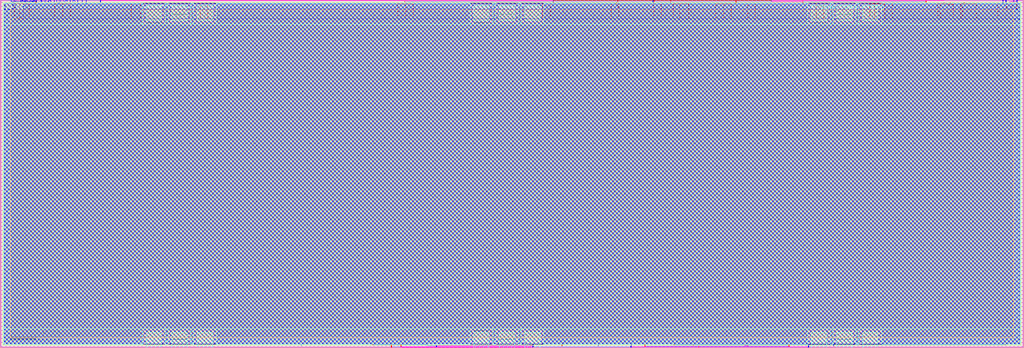
<source format=lef>
VERSION 5.8 ;
BUSBITCHARS "[]" ;

UNITS
  DATABASE MICRONS 1000 ;
END UNITS

MANUFACTURINGGRID 0.001 ;

LAYER NWELL
  TYPE MASTERSLICE ;
END NWELL

LAYER PO
  TYPE MASTERSLICE ;
END PO

LAYER CO
  TYPE CUT ;
END CO

LAYER M1
  TYPE ROUTING ;
  DIRECTION HORIZONTAL ;
  PITCH 0.152 ;
  WIDTH 0.05 ;
  PROPERTY LEF58_WIDTH "WIDTH 0.05 WRONGDIRECTION ;" ;
END M1

LAYER VIA1
  TYPE CUT ;
END VIA1

LAYER M2
  TYPE ROUTING ;
  DIRECTION VERTICAL ;
  PITCH 0.152 ;
  WIDTH 0.056 ;
  PROPERTY LEF58_WIDTH "WIDTH 0.056 WRONGDIRECTION ;" ;
END M2

LAYER VIA2
  TYPE CUT ;
END VIA2

LAYER M3
  TYPE ROUTING ;
  DIRECTION HORIZONTAL ;
  PITCH 0.304 ;
  WIDTH 0.056 ;
  PROPERTY LEF58_WIDTH "WIDTH 0.056 WRONGDIRECTION ;" ;
END M3

LAYER VIA3
  TYPE CUT ;
END VIA3

LAYER M4
  TYPE ROUTING ;
  DIRECTION VERTICAL ;
  PITCH 0.304 ;
  WIDTH 0.056 ;
  PROPERTY LEF58_WIDTH "WIDTH 0.056 WRONGDIRECTION ;" ;
END M4

LAYER VIA4
  TYPE CUT ;
END VIA4

LAYER M5
  TYPE ROUTING ;
  DIRECTION HORIZONTAL ;
  PITCH 0.608 ;
  WIDTH 0.056 ;
  PROPERTY LEF58_WIDTH "WIDTH 0.056 WRONGDIRECTION ;" ;
END M5

LAYER VIA5
  TYPE CUT ;
END VIA5

LAYER M6
  TYPE ROUTING ;
  DIRECTION VERTICAL ;
  PITCH 0.608 ;
  WIDTH 0.056 ;
  PROPERTY LEF58_WIDTH "WIDTH 0.056 WRONGDIRECTION ;" ;
END M6

LAYER VIA6
  TYPE CUT ;
END VIA6

LAYER M7
  TYPE ROUTING ;
  DIRECTION HORIZONTAL ;
  PITCH 1.216 ;
  WIDTH 0.056 ;
  PROPERTY LEF58_WIDTH "WIDTH 0.056 WRONGDIRECTION ;" ;
END M7

LAYER VIA7
  TYPE CUT ;
END VIA7

LAYER M8
  TYPE ROUTING ;
  DIRECTION VERTICAL ;
  PITCH 1.216 ;
  WIDTH 0.056 ;
  PROPERTY LEF58_WIDTH "WIDTH 0.056 WRONGDIRECTION ;" ;
END M8

LAYER VIA8
  TYPE CUT ;
END VIA8

LAYER M9
  TYPE ROUTING ;
  DIRECTION HORIZONTAL ;
  PITCH 2.432 ;
  WIDTH 0.16 ;
  PROPERTY LEF58_WIDTH "WIDTH 0.16 WRONGDIRECTION ;" ;
END M9

LAYER VIARDL
  TYPE CUT ;
END VIARDL

LAYER MRDL
  TYPE ROUTING ;
  DIRECTION VERTICAL ;
  PITCH 4.864 ;
  WIDTH 2 ;
  PROPERTY LEF58_WIDTH "WIDTH 2 WRONGDIRECTION ;" ;
END MRDL

LAYER DNW
  TYPE MASTERSLICE ;
END DNW

LAYER DIFF
  TYPE MASTERSLICE ;
END DIFF

LAYER PIMP
  TYPE MASTERSLICE ;
END PIMP

LAYER NIMP
  TYPE MASTERSLICE ;
END NIMP

LAYER DIFF_18
  TYPE MASTERSLICE ;
END DIFF_18

LAYER PAD
  TYPE MASTERSLICE ;
END PAD

LAYER ESD_25
  TYPE MASTERSLICE ;
END ESD_25

LAYER SBLK
  TYPE MASTERSLICE ;
END SBLK

LAYER HVTIMP
  TYPE MASTERSLICE ;
END HVTIMP

LAYER LVTIMP
  TYPE MASTERSLICE ;
END LVTIMP

LAYER M1PIN
  TYPE MASTERSLICE ;
END M1PIN

LAYER M2PIN
  TYPE MASTERSLICE ;
END M2PIN

LAYER M3PIN
  TYPE MASTERSLICE ;
END M3PIN

LAYER M4PIN
  TYPE MASTERSLICE ;
END M4PIN

LAYER M5PIN
  TYPE MASTERSLICE ;
END M5PIN

LAYER M6PIN
  TYPE MASTERSLICE ;
END M6PIN

LAYER M7PIN
  TYPE MASTERSLICE ;
END M7PIN

LAYER M8PIN
  TYPE MASTERSLICE ;
END M8PIN

LAYER M9PIN
  TYPE MASTERSLICE ;
END M9PIN

LAYER MRDL9PIN
  TYPE MASTERSLICE ;
END MRDL9PIN

LAYER HOTNWL
  TYPE MASTERSLICE ;
END HOTNWL

LAYER DIOD
  TYPE MASTERSLICE ;
END DIOD

LAYER BJTDMY
  TYPE MASTERSLICE ;
END BJTDMY

LAYER RNW
  TYPE MASTERSLICE ;
END RNW

LAYER RMARK
  TYPE MASTERSLICE ;
END RMARK

LAYER prBoundary
  TYPE MASTERSLICE ;
END prBoundary

LAYER LOGO
  TYPE MASTERSLICE ;
END LOGO

LAYER IP
  TYPE MASTERSLICE ;
END IP

LAYER RM1
  TYPE MASTERSLICE ;
END RM1

LAYER RM2
  TYPE MASTERSLICE ;
END RM2

LAYER RM3
  TYPE MASTERSLICE ;
END RM3

LAYER RM4
  TYPE MASTERSLICE ;
END RM4

LAYER RM5
  TYPE MASTERSLICE ;
END RM5

LAYER RM6
  TYPE MASTERSLICE ;
END RM6

LAYER RM7
  TYPE MASTERSLICE ;
END RM7

LAYER RM8
  TYPE MASTERSLICE ;
END RM8

LAYER RM9
  TYPE MASTERSLICE ;
END RM9

LAYER DM1EXCL
  TYPE MASTERSLICE ;
END DM1EXCL

LAYER DM2EXCL
  TYPE MASTERSLICE ;
END DM2EXCL

LAYER DM3EXCL
  TYPE MASTERSLICE ;
END DM3EXCL

LAYER DM4EXCL
  TYPE MASTERSLICE ;
END DM4EXCL

LAYER DM5EXCL
  TYPE MASTERSLICE ;
END DM5EXCL

LAYER DM6EXCL
  TYPE MASTERSLICE ;
END DM6EXCL

LAYER DM7EXCL
  TYPE MASTERSLICE ;
END DM7EXCL

LAYER DM8EXCL
  TYPE MASTERSLICE ;
END DM8EXCL

LAYER DM9EXCL
  TYPE MASTERSLICE ;
END DM9EXCL

LAYER DIFF_25
  TYPE MASTERSLICE ;
END DIFF_25

LAYER DIFF_FM
  TYPE MASTERSLICE ;
END DIFF_FM

LAYER PO_FM
  TYPE MASTERSLICE ;
END PO_FM

VIA VIA12SQ_C
  LAYER M1 ;
    RECT -0.055 -0.03 0.055 0.03 ;
  LAYER VIA1 ;
    RECT -0.025 -0.025 0.025 0.025 ;
  LAYER M2 ;
    RECT -0.03 -0.055 0.03 0.055 ;
END VIA12SQ_C

VIA VIA12BAR1_C
  LAYER M1 ;
    RECT -0.08 -0.03 0.08 0.03 ;
  LAYER VIA1 ;
    RECT -0.05 -0.025 0.05 0.025 ;
  LAYER M2 ;
    RECT -0.055 -0.055 0.055 0.055 ;
END VIA12BAR1_C

VIA VIA12BAR2_C
  LAYER M1 ;
    RECT -0.055 -0.055 0.055 0.055 ;
  LAYER VIA1 ;
    RECT -0.025 -0.05 0.025 0.05 ;
  LAYER M2 ;
    RECT -0.03 -0.08 0.03 0.08 ;
END VIA12BAR2_C

VIA VIA12LG_C
  LAYER M1 ;
    RECT -0.08 -0.055 0.08 0.055 ;
  LAYER VIA1 ;
    RECT -0.05 -0.05 0.05 0.05 ;
  LAYER M2 ;
    RECT -0.08 -0.055 0.08 0.055 ;
END VIA12LG_C

VIA VIA12SQ
  LAYER M1 ;
    RECT -0.055 -0.03 0.055 0.03 ;
  LAYER VIA1 ;
    RECT -0.025 -0.025 0.025 0.025 ;
  LAYER M2 ;
    RECT -0.055 -0.03 0.055 0.03 ;
END VIA12SQ

VIA VIA12BAR1
  LAYER M1 ;
    RECT -0.08 -0.03 0.08 0.03 ;
  LAYER VIA1 ;
    RECT -0.05 -0.025 0.05 0.025 ;
  LAYER M2 ;
    RECT -0.08 -0.03 0.08 0.03 ;
END VIA12BAR1

VIA VIA12BAR2
  LAYER M1 ;
    RECT -0.055 -0.055 0.055 0.055 ;
  LAYER VIA1 ;
    RECT -0.025 -0.05 0.025 0.05 ;
  LAYER M2 ;
    RECT -0.055 -0.055 0.055 0.055 ;
END VIA12BAR2

VIA VIA12LG
  LAYER M1 ;
    RECT -0.08 -0.055 0.08 0.055 ;
  LAYER VIA1 ;
    RECT -0.05 -0.05 0.05 0.05 ;
  LAYER M2 ;
    RECT -0.08 -0.055 0.08 0.055 ;
END VIA12LG

VIA VIA23SQ_C
  LAYER M2 ;
    RECT -0.055 -0.03 0.055 0.03 ;
  LAYER VIA2 ;
    RECT -0.025 -0.025 0.025 0.025 ;
  LAYER M3 ;
    RECT -0.03 -0.055 0.03 0.055 ;
END VIA23SQ_C

VIA VIA23BAR1_C
  LAYER M2 ;
    RECT -0.08 -0.03 0.08 0.03 ;
  LAYER VIA2 ;
    RECT -0.05 -0.025 0.05 0.025 ;
  LAYER M3 ;
    RECT -0.055 -0.055 0.055 0.055 ;
END VIA23BAR1_C

VIA VIA23BAR2_C
  LAYER M2 ;
    RECT -0.055 -0.055 0.055 0.055 ;
  LAYER VIA2 ;
    RECT -0.025 -0.05 0.025 0.05 ;
  LAYER M3 ;
    RECT -0.03 -0.08 0.03 0.08 ;
END VIA23BAR2_C

VIA VIA23LG_C
  LAYER M2 ;
    RECT -0.08 -0.055 0.08 0.055 ;
  LAYER VIA2 ;
    RECT -0.05 -0.05 0.05 0.05 ;
  LAYER M3 ;
    RECT -0.08 -0.055 0.08 0.055 ;
END VIA23LG_C

VIA VIA23SQ
  LAYER M2 ;
    RECT -0.055 -0.03 0.055 0.03 ;
  LAYER VIA2 ;
    RECT -0.025 -0.025 0.025 0.025 ;
  LAYER M3 ;
    RECT -0.055 -0.03 0.055 0.03 ;
END VIA23SQ

VIA VIA23BAR1
  LAYER M2 ;
    RECT -0.08 -0.03 0.08 0.03 ;
  LAYER VIA2 ;
    RECT -0.05 -0.025 0.05 0.025 ;
  LAYER M3 ;
    RECT -0.08 -0.03 0.08 0.03 ;
END VIA23BAR1

VIA VIA23BAR2
  LAYER M2 ;
    RECT -0.055 -0.055 0.055 0.055 ;
  LAYER VIA2 ;
    RECT -0.025 -0.05 0.025 0.05 ;
  LAYER M3 ;
    RECT -0.055 -0.055 0.055 0.055 ;
END VIA23BAR2

VIA VIA23LG
  LAYER M2 ;
    RECT -0.08 -0.055 0.08 0.055 ;
  LAYER VIA2 ;
    RECT -0.05 -0.05 0.05 0.05 ;
  LAYER M3 ;
    RECT -0.08 -0.055 0.08 0.055 ;
END VIA23LG

VIA VIA34SQ_C
  LAYER M3 ;
    RECT -0.055 -0.03 0.055 0.03 ;
  LAYER VIA3 ;
    RECT -0.025 -0.025 0.025 0.025 ;
  LAYER M4 ;
    RECT -0.03 -0.055 0.03 0.055 ;
END VIA34SQ_C

VIA VIA34BAR1_C
  LAYER M3 ;
    RECT -0.08 -0.03 0.08 0.03 ;
  LAYER VIA3 ;
    RECT -0.05 -0.025 0.05 0.025 ;
  LAYER M4 ;
    RECT -0.055 -0.055 0.055 0.055 ;
END VIA34BAR1_C

VIA VIA34BAR2_C
  LAYER M3 ;
    RECT -0.055 -0.055 0.055 0.055 ;
  LAYER VIA3 ;
    RECT -0.025 -0.05 0.025 0.05 ;
  LAYER M4 ;
    RECT -0.03 -0.08 0.03 0.08 ;
END VIA34BAR2_C

VIA VIA34LG_C
  LAYER M3 ;
    RECT -0.08 -0.055 0.08 0.055 ;
  LAYER VIA3 ;
    RECT -0.05 -0.05 0.05 0.05 ;
  LAYER M4 ;
    RECT -0.08 -0.055 0.08 0.055 ;
END VIA34LG_C

VIA VIA34SQ
  LAYER M3 ;
    RECT -0.055 -0.03 0.055 0.03 ;
  LAYER VIA3 ;
    RECT -0.025 -0.025 0.025 0.025 ;
  LAYER M4 ;
    RECT -0.055 -0.03 0.055 0.03 ;
END VIA34SQ

VIA VIA34BAR1
  LAYER M3 ;
    RECT -0.08 -0.03 0.08 0.03 ;
  LAYER VIA3 ;
    RECT -0.05 -0.025 0.05 0.025 ;
  LAYER M4 ;
    RECT -0.08 -0.03 0.08 0.03 ;
END VIA34BAR1

VIA VIA34BAR2
  LAYER M3 ;
    RECT -0.055 -0.055 0.055 0.055 ;
  LAYER VIA3 ;
    RECT -0.025 -0.05 0.025 0.05 ;
  LAYER M4 ;
    RECT -0.055 -0.055 0.055 0.055 ;
END VIA34BAR2

VIA VIA34LG
  LAYER M3 ;
    RECT -0.08 -0.055 0.08 0.055 ;
  LAYER VIA3 ;
    RECT -0.05 -0.05 0.05 0.05 ;
  LAYER M4 ;
    RECT -0.08 -0.055 0.08 0.055 ;
END VIA34LG

VIA VIA45SQ_C
  LAYER M4 ;
    RECT -0.055 -0.03 0.055 0.03 ;
  LAYER VIA4 ;
    RECT -0.025 -0.025 0.025 0.025 ;
  LAYER M5 ;
    RECT -0.03 -0.055 0.03 0.055 ;
END VIA45SQ_C

VIA VIA45BAR1_C
  LAYER M4 ;
    RECT -0.08 -0.03 0.08 0.03 ;
  LAYER VIA4 ;
    RECT -0.05 -0.025 0.05 0.025 ;
  LAYER M5 ;
    RECT -0.055 -0.055 0.055 0.055 ;
END VIA45BAR1_C

VIA VIA45BAR2_C
  LAYER M4 ;
    RECT -0.055 -0.055 0.055 0.055 ;
  LAYER VIA4 ;
    RECT -0.025 -0.05 0.025 0.05 ;
  LAYER M5 ;
    RECT -0.03 -0.08 0.03 0.08 ;
END VIA45BAR2_C

VIA VIA45LG_C
  LAYER M4 ;
    RECT -0.08 -0.055 0.08 0.055 ;
  LAYER VIA4 ;
    RECT -0.05 -0.05 0.05 0.05 ;
  LAYER M5 ;
    RECT -0.08 -0.055 0.08 0.055 ;
END VIA45LG_C

VIA VIA45SQ
  LAYER M4 ;
    RECT -0.055 -0.03 0.055 0.03 ;
  LAYER VIA4 ;
    RECT -0.025 -0.025 0.025 0.025 ;
  LAYER M5 ;
    RECT -0.055 -0.03 0.055 0.03 ;
END VIA45SQ

VIA VIA45BAR1
  LAYER M4 ;
    RECT -0.08 -0.03 0.08 0.03 ;
  LAYER VIA4 ;
    RECT -0.05 -0.025 0.05 0.025 ;
  LAYER M5 ;
    RECT -0.08 -0.03 0.08 0.03 ;
END VIA45BAR1

VIA VIA45BAR2
  LAYER M4 ;
    RECT -0.055 -0.055 0.055 0.055 ;
  LAYER VIA4 ;
    RECT -0.025 -0.05 0.025 0.05 ;
  LAYER M5 ;
    RECT -0.055 -0.055 0.055 0.055 ;
END VIA45BAR2

VIA VIA45LG
  LAYER M4 ;
    RECT -0.08 -0.055 0.08 0.055 ;
  LAYER VIA4 ;
    RECT -0.05 -0.05 0.05 0.05 ;
  LAYER M5 ;
    RECT -0.08 -0.055 0.08 0.055 ;
END VIA45LG

VIA VIA56SQ_C
  LAYER M5 ;
    RECT -0.055 -0.03 0.055 0.03 ;
  LAYER VIA5 ;
    RECT -0.025 -0.025 0.025 0.025 ;
  LAYER M6 ;
    RECT -0.03 -0.055 0.03 0.055 ;
END VIA56SQ_C

VIA VIA56BAR1_C
  LAYER M5 ;
    RECT -0.08 -0.03 0.08 0.03 ;
  LAYER VIA5 ;
    RECT -0.05 -0.025 0.05 0.025 ;
  LAYER M6 ;
    RECT -0.055 -0.055 0.055 0.055 ;
END VIA56BAR1_C

VIA VIA56BAR2_C
  LAYER M5 ;
    RECT -0.055 -0.055 0.055 0.055 ;
  LAYER VIA5 ;
    RECT -0.025 -0.05 0.025 0.05 ;
  LAYER M6 ;
    RECT -0.03 -0.08 0.03 0.08 ;
END VIA56BAR2_C

VIA VIA56LG_C
  LAYER M5 ;
    RECT -0.08 -0.055 0.08 0.055 ;
  LAYER VIA5 ;
    RECT -0.05 -0.05 0.05 0.05 ;
  LAYER M6 ;
    RECT -0.08 -0.055 0.08 0.055 ;
END VIA56LG_C

VIA VIA56SQ
  LAYER M5 ;
    RECT -0.055 -0.03 0.055 0.03 ;
  LAYER VIA5 ;
    RECT -0.025 -0.025 0.025 0.025 ;
  LAYER M6 ;
    RECT -0.055 -0.03 0.055 0.03 ;
END VIA56SQ

VIA VIA56BAR1
  LAYER M5 ;
    RECT -0.08 -0.03 0.08 0.03 ;
  LAYER VIA5 ;
    RECT -0.05 -0.025 0.05 0.025 ;
  LAYER M6 ;
    RECT -0.08 -0.03 0.08 0.03 ;
END VIA56BAR1

VIA VIA56BAR2
  LAYER M5 ;
    RECT -0.055 -0.055 0.055 0.055 ;
  LAYER VIA5 ;
    RECT -0.025 -0.05 0.025 0.05 ;
  LAYER M6 ;
    RECT -0.055 -0.055 0.055 0.055 ;
END VIA56BAR2

VIA VIA56LG
  LAYER M5 ;
    RECT -0.08 -0.055 0.08 0.055 ;
  LAYER VIA5 ;
    RECT -0.05 -0.05 0.05 0.05 ;
  LAYER M6 ;
    RECT -0.08 -0.055 0.08 0.055 ;
END VIA56LG

VIA VIA67SQ_C
  LAYER M6 ;
    RECT -0.055 -0.03 0.055 0.03 ;
  LAYER VIA6 ;
    RECT -0.025 -0.025 0.025 0.025 ;
  LAYER M7 ;
    RECT -0.03 -0.055 0.03 0.055 ;
END VIA67SQ_C

VIA VIA67BAR1_C
  LAYER M6 ;
    RECT -0.08 -0.03 0.08 0.03 ;
  LAYER VIA6 ;
    RECT -0.05 -0.025 0.05 0.025 ;
  LAYER M7 ;
    RECT -0.055 -0.055 0.055 0.055 ;
END VIA67BAR1_C

VIA VIA67BAR2_C
  LAYER M6 ;
    RECT -0.055 -0.055 0.055 0.055 ;
  LAYER VIA6 ;
    RECT -0.025 -0.05 0.025 0.05 ;
  LAYER M7 ;
    RECT -0.03 -0.08 0.03 0.08 ;
END VIA67BAR2_C

VIA VIA67LG_C
  LAYER M6 ;
    RECT -0.08 -0.055 0.08 0.055 ;
  LAYER VIA6 ;
    RECT -0.05 -0.05 0.05 0.05 ;
  LAYER M7 ;
    RECT -0.08 -0.055 0.08 0.055 ;
END VIA67LG_C

VIA VIA67SQ
  LAYER M6 ;
    RECT -0.055 -0.03 0.055 0.03 ;
  LAYER VIA6 ;
    RECT -0.025 -0.025 0.025 0.025 ;
  LAYER M7 ;
    RECT -0.055 -0.03 0.055 0.03 ;
END VIA67SQ

VIA VIA67BAR1
  LAYER M6 ;
    RECT -0.08 -0.03 0.08 0.03 ;
  LAYER VIA6 ;
    RECT -0.05 -0.025 0.05 0.025 ;
  LAYER M7 ;
    RECT -0.08 -0.03 0.08 0.03 ;
END VIA67BAR1

VIA VIA67BAR2
  LAYER M6 ;
    RECT -0.055 -0.055 0.055 0.055 ;
  LAYER VIA6 ;
    RECT -0.025 -0.05 0.025 0.05 ;
  LAYER M7 ;
    RECT -0.055 -0.055 0.055 0.055 ;
END VIA67BAR2

VIA VIA67LG
  LAYER M6 ;
    RECT -0.08 -0.055 0.08 0.055 ;
  LAYER VIA6 ;
    RECT -0.05 -0.05 0.05 0.05 ;
  LAYER M7 ;
    RECT -0.08 -0.055 0.08 0.055 ;
END VIA67LG

VIA VIA78SQ_C
  LAYER M7 ;
    RECT -0.055 -0.03 0.055 0.03 ;
  LAYER VIA7 ;
    RECT -0.025 -0.025 0.025 0.025 ;
  LAYER M8 ;
    RECT -0.03 -0.055 0.03 0.055 ;
END VIA78SQ_C

VIA VIA78BAR1_C
  LAYER M7 ;
    RECT -0.08 -0.03 0.08 0.03 ;
  LAYER VIA7 ;
    RECT -0.05 -0.025 0.05 0.025 ;
  LAYER M8 ;
    RECT -0.055 -0.055 0.055 0.055 ;
END VIA78BAR1_C

VIA VIA78BAR2_C
  LAYER M7 ;
    RECT -0.055 -0.055 0.055 0.055 ;
  LAYER VIA7 ;
    RECT -0.025 -0.05 0.025 0.05 ;
  LAYER M8 ;
    RECT -0.03 -0.08 0.03 0.08 ;
END VIA78BAR2_C

VIA VIA78LG_C
  LAYER M7 ;
    RECT -0.08 -0.055 0.08 0.055 ;
  LAYER VIA7 ;
    RECT -0.05 -0.05 0.05 0.05 ;
  LAYER M8 ;
    RECT -0.08 -0.055 0.08 0.055 ;
END VIA78LG_C

VIA VIA78SQ
  LAYER M7 ;
    RECT -0.055 -0.03 0.055 0.03 ;
  LAYER VIA7 ;
    RECT -0.025 -0.025 0.025 0.025 ;
  LAYER M8 ;
    RECT -0.055 -0.03 0.055 0.03 ;
END VIA78SQ

VIA VIA78BAR1
  LAYER M7 ;
    RECT -0.08 -0.03 0.08 0.03 ;
  LAYER VIA7 ;
    RECT -0.05 -0.025 0.05 0.025 ;
  LAYER M8 ;
    RECT -0.08 -0.03 0.08 0.03 ;
END VIA78BAR1

VIA VIA78BAR2
  LAYER M7 ;
    RECT -0.055 -0.055 0.055 0.055 ;
  LAYER VIA7 ;
    RECT -0.025 -0.05 0.025 0.05 ;
  LAYER M8 ;
    RECT -0.055 -0.055 0.055 0.055 ;
END VIA78BAR2

VIA VIA78LG
  LAYER M7 ;
    RECT -0.08 -0.055 0.08 0.055 ;
  LAYER VIA7 ;
    RECT -0.05 -0.05 0.05 0.05 ;
  LAYER M8 ;
    RECT -0.08 -0.055 0.08 0.055 ;
END VIA78LG

VIA VIA89_C
  LAYER M8 ;
    RECT -0.095 -0.08 0.095 0.08 ;
  LAYER VIA8 ;
    RECT -0.065 -0.065 0.065 0.065 ;
  LAYER M9 ;
    RECT -0.08 -0.095 0.08 0.095 ;
END VIA89_C

VIA VIA89
  LAYER M8 ;
    RECT -0.095 -0.08 0.095 0.08 ;
  LAYER VIA8 ;
    RECT -0.065 -0.065 0.065 0.065 ;
  LAYER M9 ;
    RECT -0.095 -0.08 0.095 0.08 ;
END VIA89

VIA VIA9RDL
  LAYER M9 ;
    RECT -1.5 -1.5 1.5 1.5 ;
  LAYER VIARDL ;
    RECT -1 -1 1 1 ;
  LAYER MRDL ;
    RECT -1.5 -1.5 1.5 1.5 ;
END VIA9RDL

SITE unit
  CLASS CORE ;
  SYMMETRY Y ;
  SIZE 0.152 BY 1.672 ;
END unit

MACRO bit_slice
  CLASS BLOCK ;
  ORIGIN 0 0 ;
  SIZE 200 BY 68 ;
  SYMMETRY X Y ;
  PIN hclk
    DIRECTION INPUT ;
    USE CLOCK ;
    PORT
      LAYER M2 ;
        RECT 197.42 66.824 197.476 66.88 ;
        RECT 196.08 67.944 196.136 68 ;
    END
  END hclk
  PIN lclk
    DIRECTION INPUT ;
    USE CLOCK ;
    PORT
      LAYER M2 ;
        RECT 197.724 66.824 197.78 66.88 ;
        RECT 196.384 67.944 196.44 68 ;
    END
  END lclk
  PIN reset
    DIRECTION INPUT ;
    USE SIGNAL ;
    PORT
      LAYER M2 ;
        RECT 195.9 66.824 195.956 66.88 ;
        RECT 198.208 67.944 198.264 68 ;
    END
  END reset
  PIN sin
    DIRECTION INPUT ;
    USE SIGNAL ;
    PORT
      LAYER M2 ;
        RECT 26.572 66.824 26.628 66.88 ;
        RECT 2.01 67.944 2.066 68 ;
    END
  END sin
  PIN data_valid
    DIRECTION INPUT ;
    USE SIGNAL ;
    PORT
      LAYER M2 ;
        RECT 198.028 66.824 198.084 66.88 ;
        RECT 196.688 67.944 196.744 68 ;
    END
  END data_valid
  PIN memory_sleep
    DIRECTION INPUT ;
    USE SIGNAL ;
    PORT
      LAYER M2 ;
        RECT 128.412 66.824 128.468 66.88 ;
        RECT 184.348 67.944 184.404 68 ;
    END
  END memory_sleep
  PIN shut_down_signals[1]
    DIRECTION INPUT ;
    USE SIGNAL ;
    PORT
      LAYER M2 ;
        RECT 1.948 66.824 2.004 66.88 ;
        RECT 196.992 67.944 197.048 68 ;
    END
  END shut_down_signals[1]
  PIN shut_down_signals[0]
    DIRECTION INPUT ;
    USE SIGNAL ;
    PORT
      LAYER M2 ;
        RECT 1.644 66.824 1.7 66.88 ;
        RECT 197.296 67.944 197.352 68 ;
    END
  END shut_down_signals[0]
  PIN isolation_signals[1]
    DIRECTION INPUT ;
    USE SIGNAL ;
    PORT
      LAYER M2 ;
        RECT 1.34 66.824 1.396 66.88 ;
        RECT 2.19 67.944 2.246 68 ;
    END
  END isolation_signals[1]
  PIN isolation_signals[0]
    DIRECTION INPUT ;
    USE SIGNAL ;
    PORT
      LAYER M2 ;
        RECT 1.036 66.824 1.092 66.88 ;
        RECT 2.494 67.944 2.55 68 ;
    END
  END isolation_signals[0]
  PIN retention_signals[1]
    DIRECTION INPUT ;
    USE SIGNAL ;
    PORT
      LAYER M2 ;
        RECT 198.788 66.824 198.844 66.88 ;
        RECT 197.6 67.944 197.656 68 ;
    END
  END retention_signals[1]
  PIN retention_signals[0]
    DIRECTION INPUT ;
    USE SIGNAL ;
    PORT
      LAYER M2 ;
        RECT 199.092 66.824 199.148 66.88 ;
        RECT 197.904 67.944 197.96 68 ;
    END
  END retention_signals[0]
  PIN scan_enable
    DIRECTION INPUT ;
    USE SIGNAL ;
    PORT
      LAYER M2 ;
        RECT 198.332 66.824 198.388 66.88 ;
        RECT 171.58 67.944 171.636 68 ;
    END
  END scan_enable
  PIN sipo_scan_in
    DIRECTION INPUT ;
    USE SIGNAL ;
    PORT
      LAYER M2 ;
        RECT 106.676 66.824 106.732 66.88 ;
        RECT 3.102 67.944 3.158 68 ;
    END
  END sipo_scan_in
  PIN piso_scan_in
    DIRECTION INPUT ;
    USE SIGNAL ;
    PORT
      LAYER M2 ;
        RECT 39.796 66.824 39.852 66.88 ;
        RECT 2.01 67.944 2.066 68 ;
    END
  END piso_scan_in
  PIN hv_scan_in
    DIRECTION INPUT ;
    USE SIGNAL ;
    PORT
      LAYER M2 ;
        RECT 146.804 66.824 146.86 66.88 ;
        RECT 142.092 67.944 142.148 68 ;
    END
  END hv_scan_in
  PIN lv_scan_in
    DIRECTION INPUT ;
    USE SIGNAL ;
    PORT
      LAYER M2 ;
        RECT 120.052 66.824 120.108 66.88 ;
        RECT 79.924 67.944 79.98 68 ;
    END
  END lv_scan_in
  PIN sipo_scan_out
    DIRECTION OUTPUT ;
    USE SIGNAL ;
    PORT
      LAYER M2 ;
        RECT 186.932 66.824 186.988 66.88 ;
        RECT 198.512 67.944 198.568 68 ;
    END
  END sipo_scan_out
  PIN piso_scan_out
    DIRECTION OUTPUT ;
    USE SIGNAL ;
    PORT
      LAYER M2 ;
        RECT 26.268 66.824 26.324 66.88 ;
        RECT 198.804 67.944 198.86 68 ;
    END
  END piso_scan_out
  PIN hv_scan_out
    DIRECTION OUTPUT ;
    USE SIGNAL ;
    PORT
      LAYER M2 ;
        RECT 195.596 66.824 195.652 66.88 ;
        RECT 12.892 67.944 12.948 68 ;
    END
  END hv_scan_out
  PIN lv_scan_out
    DIRECTION OUTPUT ;
    USE SIGNAL ;
    PORT
      LAYER M2 ;
        RECT 2.798 67.944 2.854 68 ;
      LAYER M4 ;
        RECT 1.644 66.824 1.7 66.88 ;
    END
  END lv_scan_out
  PIN sout
    DIRECTION OUTPUT ;
    USE SIGNAL ;
    PORT
      LAYER M2 ;
        RECT 173.556 66.824 173.612 66.88 ;
        RECT 133.732 67.944 133.788 68 ;
    END
  END sout
  PIN memory_ack
    DIRECTION OUTPUT ;
    USE SIGNAL ;
    PORT
      LAYER M2 ;
        RECT 160.18 66.824 160.236 66.88 ;
        RECT 187.236 67.944 187.292 68 ;
    END
  END memory_ack
  PIN PG_ack_signals[1]
    DIRECTION OUTPUT ;
    USE SIGNAL ;
    PORT
      LAYER M2 ;
        RECT 186.932 67.944 186.988 68 ;
      LAYER M4 ;
        RECT 3.772 66.824 3.828 66.88 ;
    END
  END PG_ack_signals[1]
  PIN PG_ack_signals[0]
    DIRECTION OUTPUT ;
    USE SIGNAL ;
    PORT
      LAYER M2 ;
        RECT 0.732 66.824 0.788 66.88 ;
        RECT 133.428 67.944 133.484 68 ;
    END
  END PG_ack_signals[0]
  PIN VDDH
    DIRECTION INPUT ;
    USE POWER ;
    PORT
      LAYER M8 ;
        RECT 28.5 0 31.5 3 ;
        RECT 92.5 0 95.5 3 ;
        RECT 158.5 0 161.5 3 ;
        RECT 28.5 63.88 31.5 66.88 ;
        RECT 92.5 63.88 95.5 66.88 ;
        RECT 158.5 63.88 161.5 66.88 ;
    END
  END VDDH
  PIN VDDL
    DIRECTION INPUT ;
    USE POWER ;
    PORT
      LAYER M8 ;
        RECT 38.5 0 41.5 3 ;
        RECT 102.5 0 105.5 3 ;
        RECT 168.5 0 171.5 3 ;
        RECT 38.5 63.88 41.5 66.88 ;
        RECT 102.5 63.88 105.5 66.88 ;
        RECT 168.5 63.88 171.5 66.88 ;
    END
  END VDDL
  PIN VSS
    DIRECTION INPUT ;
    USE GROUND ;
    PORT
      LAYER M8 ;
        RECT 33.5 0 36.5 3 ;
        RECT 97.5 0 100.5 3 ;
        RECT 163.5 0 166.5 3 ;
        RECT 33.5 63.88 36.5 66.88 ;
        RECT 97.5 63.88 100.5 66.88 ;
        RECT 163.5 63.88 166.5 66.88 ;
    END
  END VSS
  PIN piso_sw_out
    DIRECTION OUTPUT ;
    USE POWER ;
  END piso_sw_out
  PIN sipo_sw_out
    DIRECTION OUTPUT ;
    USE POWER ;
  END sipo_sw_out
  OBS
    LAYER M2 ;
      RECT 172.336 67 172.856 67.3 ;
      RECT 185.104 67 186.232 67.3 ;
      RECT 80.68 64.3 105.976 67.3 ;
      RECT 129.168 64.3 132.728 67.3 ;
      RECT 134.488 64.3 141.392 67.3 ;
      RECT 142.848 64.3 146.104 67.3 ;
      RECT 160.936 64.3 170.88 67.3 ;
      RECT 174.312 64.3 183.648 67.3 ;
      RECT 187.992 64.3 194.896 67.3 ;
      RECT 3.858 64.3 12.192 67.3 ;
      RECT 13.648 64.3 25.568 67.3 ;
      RECT 40.552 64.3 79.224 67.3 ;
      RECT 40.552 64.3 79.224 67.3 ;
      RECT 80.68 64.3 105.976 67.3 ;
      RECT 77.68 64.244 80.68 67.244 ;
      RECT 0.7 0.7 199.3 66.124 ;
      RECT 107.432 64.3 119.352 67.3 ;
      RECT 120.808 64.3 127.712 67.3 ;
      RECT 147.56 64.3 159.48 67.3 ;
      RECT 129.168 64.3 132.728 67.3 ;
      RECT 134.488 64.3 141.392 67.3 ;
      RECT 142.848 64.3 146.104 67.3 ;
      RECT 131.488 64.244 134.488 67.244 ;
      RECT 139.848 64.244 142.848 67.244 ;
      RECT 160.936 64.3 170.88 67.3 ;
      RECT 169.856 64.244 172.856 67.244 ;
      RECT 174.312 64.3 183.648 67.3 ;
      RECT 183.232 64.244 186.232 67.244 ;
      RECT 187.992 64.3 194.896 67.3 ;
      RECT 187.688 64.244 190.688 67.244 ;
      RECT 27.328 64.3 39.096 67.3 ;
      RECT 3.858 64.3 12.192 67.3 ;
      RECT 13.648 64.3 25.568 67.3 ;
      RECT 2.704 64.244 5.704 67.244 ;
      RECT 10.648 64.244 13.648 67.244 ;
      POLYGON 143.822 67.999 143.822 67.869 143.82 67.869 143.82 67.3 146.104 67.3 146.104 66.124 147.56 66.124 147.56 67.3 152.73 67.3 152.73 67.391 152.79 67.391 152.79 67.3 156.836 67.3 156.836 67.585 156.834 67.585 156.834 67.695 156.894 67.695 156.894 67.585 156.892 67.585 156.892 67.3 159.48 67.3 159.48 66.124 160.936 66.124 160.936 67.3 170.88 67.3 170.88 67.244 172.336 67.244 172.336 67.3 172.856 67.3 172.856 66.124 174.312 66.124 174.312 67.3 180.852 67.3 180.852 67.565 180.85 67.565 180.85 67.695 180.91 67.695 180.91 67.565 180.908 67.565 180.908 67.3 183.648 67.3 183.648 67.244 184.348 67.244 184.348 67.261 184.346 67.261 184.346 67.391 184.406 67.391 184.406 67.261 184.404 67.261 184.404 67.244 185.104 67.244 185.104 67.3 185.562 67.3 185.562 67.391 185.622 67.391 185.622 67.3 186.232 67.3 186.232 66.124 187.688 66.124 187.688 67.244 187.992 67.244 187.992 67.3 188.298 67.3 188.298 67.391 188.358 67.391 188.358 67.3 194.896 67.3 194.896 66.124 196.48 66.124 196.48 66.48 196.592 66.48 196.592 66.124 196.656 66.124 196.656 67.244 196.72 67.244 196.72 66.124 198.484 66.124 198.484 66.369 198.482 66.369 198.482 66.479 198.542 66.479 198.542 66.369 198.54 66.369 198.54 66.124 199.3 66.124 199.3 0.7 196.412 0.7 196.412 0.683 196.414 0.683 196.414 0.553 196.354 0.553 196.354 0.683 196.356 0.683 196.356 0.7 154.156 0.7 154.156 0.379 154.158 0.379 154.158 0.249 154.098 0.249 154.098 0.379 154.1 0.379 154.1 0.7 146.1 0.7 146.1 0.511 146.102 0.511 146.102 0.401 146.042 0.401 146.042 0.511 146.044 0.511 146.044 0.7 136.524 0.7 136.524 0.227 136.526 0.227 136.526 0.097 136.466 0.097 136.466 0.227 136.468 0.227 136.468 0.7 135.46 0.7 135.46 0.531 135.462 0.531 135.462 0.401 135.402 0.401 135.402 0.531 135.404 0.531 135.404 0.7 131.66 0.7 131.66 0.683 131.662 0.683 131.662 0.553 131.602 0.553 131.602 0.683 131.604 0.683 131.604 0.7 126.036 0.7 126.036 0.379 126.038 0.379 126.038 0.249 125.978 0.249 125.978 0.379 125.98 0.379 125.98 0.7 109.772 0.7 109.772 0.531 109.774 0.531 109.774 0.401 109.714 0.401 109.714 0.531 109.716 0.531 109.716 0.7 103.996 0.7 103.996 0.486 104.023 0.486 104.023 0.426 103.913 0.426 103.913 0.486 103.94 0.486 103.94 0.7 103.54 0.7 103.54 0.531 103.542 0.531 103.542 0.401 103.482 0.401 103.482 0.531 103.484 0.531 103.484 0.7 78.308 0.7 78.308 0.182 78.335 0.182 78.335 0.122 78.225 0.122 78.225 0.182 78.252 0.182 78.252 0.7 76.484 0.7 76.484 0.227 76.486 0.227 76.486 0.097 76.426 0.097 76.426 0.227 76.428 0.227 76.428 0.7 72.836 0.7 72.836 0.683 72.838 0.683 72.838 0.553 72.778 0.553 72.778 0.683 72.78 0.683 72.78 0.7 0.7 0.7 0.7 66.124 2.704 66.124 2.704 67.244 3.858 67.244 3.858 67.3 6.964 67.3 6.964 67.565 6.962 67.565 6.962 67.695 7.022 67.695 7.022 67.565 7.02 67.565 7.02 67.3 12.192 67.3 12.192 67.244 13.648 67.244 13.648 67.3 25.568 67.3 25.568 66.124 27.328 66.124 27.328 67.3 29.762 67.3 29.762 67.391 29.822 67.391 29.822 67.3 39.096 67.3 39.096 66.124 40.552 66.124 40.552 67.3 79.012 67.3 79.012 67.565 79.01 67.565 79.01 67.695 79.07 67.695 79.07 67.565 79.068 67.565 79.068 67.3 79.224 67.3 79.224 67.244 80.68 67.244 80.68 67.3 105.976 67.3 105.976 66.124 106.98 66.124 106.98 66.197 106.978 66.197 106.978 66.327 107.038 66.327 107.038 66.197 107.036 66.197 107.036 66.124 107.432 66.124 107.432 67.3 119.352 67.3 119.352 66.124 120.808 66.124 120.808 67.3 127.712 67.3 127.712 66.124 129.168 66.124 129.168 67.3 130.996 67.3 130.996 67.869 130.994 67.869 130.994 67.999 131.054 67.999 131.054 67.869 131.052 67.869 131.052 67.3 132.728 67.3 132.728 67.244 134.488 67.244 134.488 67.3 137.074 67.3 137.074 67.391 137.134 67.391 137.134 67.3 141.392 67.3 141.392 67.244 142.848 67.244 142.848 67.3 143.764 67.3 143.764 67.869 143.762 67.869 143.762 67.999 ;
      POLYGON 127.862 67.999 127.862 67.889 127.86 67.889 127.86 67.58 127.804 67.58 127.804 67.889 127.802 67.889 127.802 67.999 ;
      POLYGON 120.718 67.999 120.718 67.869 120.716 67.869 120.716 66.479 120.718 66.479 120.718 66.369 120.658 66.369 120.658 66.479 120.66 66.479 120.66 67.869 120.658 67.869 120.658 67.999 ;
      POLYGON 198.694 67.695 198.694 67.585 198.692 67.585 198.692 66.347 198.694 66.347 198.694 66.217 198.634 66.217 198.634 66.347 198.636 66.347 198.636 67.585 198.634 67.585 198.634 67.695 ;
      RECT 120.354 67.124 120.414 67.391 ;
    LAYER M4 ;
      RECT 0.7 66.124 0.944 67.3 ;
      RECT 2.4 66.124 3.072 67.3 ;
      RECT 4.528 64.3 199.3 67.3 ;
      RECT 0.7 0.7 199.3 66.124 ;
      POLYGON 198.694 67.999 198.694 67.889 198.692 67.889 198.692 67.3 199.3 67.3 199.3 0.7 162.82 0.7 162.82 0.511 162.822 0.511 162.822 0.401 162.762 0.401 162.762 0.511 162.764 0.511 162.764 0.7 157.956 0.7 157.956 0.207 157.958 0.207 157.958 0.097 157.898 0.097 157.898 0.207 157.9 0.207 157.9 0.7 123.3 0.7 123.3 0.207 123.302 0.207 123.302 0.097 123.242 0.097 123.242 0.207 123.244 0.207 123.244 0.7 116.916 0.7 116.916 0.511 116.918 0.511 116.918 0.401 116.858 0.401 116.858 0.511 116.86 0.511 116.86 0.7 104.148 0.7 104.148 0.207 104.15 0.207 104.15 0.097 104.09 0.097 104.09 0.207 104.092 0.207 104.092 0.7 58.852 0.7 58.852 0.511 58.854 0.511 58.854 0.401 58.794 0.401 58.794 0.511 58.796 0.511 58.796 0.7 0.7 0.7 0.7 67.3 0.944 67.3 0.944 66.124 2.4 66.124 2.4 67.3 3.072 67.3 3.072 66.124 3.162 66.124 3.162 66.175 3.222 66.175 3.222 66.124 4.528 66.124 4.528 67.3 19.58 67.3 19.58 67.889 19.578 67.889 19.578 67.999 19.638 67.999 19.638 67.889 19.636 67.889 19.636 67.3 127.498 67.3 127.498 67.391 127.5 67.391 127.5 67.889 127.498 67.889 127.498 67.999 127.558 67.999 127.558 67.889 127.556 67.889 127.556 67.391 127.558 67.391 127.558 67.3 195.9 67.3 195.9 67.889 195.898 67.889 195.898 67.999 195.958 67.999 195.958 67.889 195.956 67.889 195.956 67.3 196.508 67.3 196.508 67.889 196.506 67.889 196.506 67.999 196.566 67.999 196.566 67.889 196.564 67.889 196.564 67.3 198.028 67.3 198.028 67.889 198.026 67.889 198.026 67.999 198.086 67.999 198.086 67.889 198.084 67.889 198.084 67.3 198.636 67.3 198.636 67.889 198.634 67.889 198.634 67.999 ;
      POLYGON 150.662 67.999 150.662 67.889 150.66 67.889 150.66 67.695 150.662 67.695 150.662 67.585 150.602 67.585 150.602 67.695 150.604 67.695 150.604 67.889 150.602 67.889 150.602 67.999 ;
      RECT 85.242 0.244 85.302 0.511 ;
    LAYER M8 ;
      RECT 32.2 63.18 32.8 67.3 ;
      RECT 37.2 63.18 37.8 67.3 ;
      RECT 96.2 63.18 96.8 67.3 ;
      RECT 101.2 63.18 101.8 67.3 ;
      RECT 162.2 63.18 162.8 67.3 ;
      RECT 167.2 63.18 167.8 67.3 ;
      RECT 32.2 0.7 32.8 3.7 ;
      RECT 37.2 0.7 37.8 3.7 ;
      RECT 96.2 0.7 96.8 3.7 ;
      RECT 101.2 0.7 101.8 3.7 ;
      RECT 162.2 0.7 162.8 3.7 ;
      RECT 167.2 0.7 167.8 3.7 ;
      RECT 0.7 63.18 27.8 67.3 ;
      RECT 42.2 63.18 91.8 67.3 ;
      RECT 106.2 63.18 157.8 67.3 ;
      RECT 172.2 63.18 199.3 67.3 ;
      RECT 0.7 3.7 199.3 63.18 ;
      RECT 0.7 0.7 27.8 3.7 ;
      RECT 42.2 0.7 91.8 3.7 ;
      RECT 106.2 0.7 157.8 3.7 ;
      RECT 172.2 0.7 199.3 3.7 ;
    LAYER NWELL ;
      RECT 0.23 0.23 199.77 67.77 ;
    LAYER PO ;
      RECT 0.122 0.122 199.878 67.878 ;
    LAYER M1 ;
      POLYGON 143.847 67.974 143.847 67.914 143.717 67.914 143.717 67.919 131.099 67.919 131.099 67.914 130.969 67.914 130.969 67.974 131.099 67.974 131.099 67.969 143.717 67.969 143.717 67.974 ;
      POLYGON 120.743 67.974 120.743 67.914 120.613 67.914 120.613 67.919 12.995 67.919 12.995 67.914 12.865 67.914 12.865 67.974 12.995 67.974 12.995 67.969 120.613 67.969 120.613 67.974 ;
      POLYGON 2.273 67.974 2.273 67.914 2.143 67.914 2.143 67.919 1.443 67.919 1.443 67.914 1.313 67.914 1.313 67.974 1.443 67.974 1.443 67.969 2.143 67.969 2.143 67.974 ;
      POLYGON 2.125 67.822 2.125 67.717 2.095 67.717 2.095 67.665 6.917 67.665 6.917 67.67 7.047 67.67 7.047 67.61 6.917 67.61 6.917 67.615 2.045 67.615 2.045 67.717 2.015 67.717 2.015 67.822 ;
      POLYGON 180.935 67.67 180.935 67.61 180.805 67.61 180.805 67.615 79.115 67.615 79.115 67.61 78.985 67.61 78.985 67.67 79.115 67.67 79.115 67.665 180.805 67.665 180.805 67.67 ;
      POLYGON 2.507 67.518 2.507 67.513 184.401 67.513 184.401 67.411 184.451 67.411 184.451 67.361 185.517 67.361 185.517 67.366 185.647 67.366 185.647 67.306 185.517 67.306 185.517 67.311 184.451 67.311 184.451 67.306 184.321 67.306 184.321 67.411 184.351 67.411 184.351 67.463 2.507 67.463 2.507 67.458 2.377 67.458 2.377 67.518 ;
      POLYGON 137.159 67.366 137.159 67.306 137.029 67.306 137.029 67.311 120.459 67.311 120.459 67.306 120.329 67.306 120.329 67.366 120.459 67.366 120.459 67.361 137.029 67.361 137.029 67.366 ;
      RECT 0.75 0.75 199.25 67.25 ;
      RECT 71.081 0.735 141.871 3.736 ;
      POLYGON 199.25 67.25 199.25 0.75 141.871 0.75 141.871 0.73 141.741 0.73 141.741 0.735 71.211 0.735 71.211 0.73 71.081 0.73 71.081 0.75 0.75 0.75 0.75 67.25 ;
      POLYGON 196.439 0.638 196.439 0.578 196.309 0.578 196.309 0.583 131.707 0.583 131.707 0.578 131.577 0.578 131.577 0.638 131.707 0.638 131.707 0.633 196.309 0.633 196.309 0.638 ;
      POLYGON 72.883 0.638 72.883 0.633 83.625 0.633 83.625 0.481 103.437 0.481 103.437 0.486 103.567 0.486 103.567 0.426 103.437 0.426 103.437 0.431 83.575 0.431 83.575 0.583 72.883 0.583 72.883 0.578 72.753 0.578 72.753 0.638 ;
      POLYGON 135.487 0.486 135.487 0.426 135.357 0.426 135.357 0.431 109.819 0.431 109.819 0.426 109.689 0.426 109.689 0.486 109.819 0.486 109.819 0.481 135.357 0.481 135.357 0.486 ;
      POLYGON 154.183 0.334 154.183 0.274 154.053 0.274 154.053 0.279 126.083 0.279 126.083 0.274 125.953 0.274 125.953 0.334 126.083 0.334 126.083 0.329 154.053 0.329 154.053 0.334 ;
      POLYGON 136.551 0.182 136.551 0.122 136.421 0.122 136.421 0.127 76.531 0.127 76.531 0.122 76.401 0.122 76.401 0.182 76.531 0.182 76.531 0.177 136.421 0.177 136.421 0.182 ;
    LAYER VIA1 ;
      RECT 143.767 67.919 143.817 67.969 ;
      RECT 130.999 67.919 131.049 67.969 ;
      RECT 120.663 67.919 120.713 67.969 ;
      RECT 12.895 67.919 12.945 67.969 ;
      RECT 2.193 67.919 2.243 67.969 ;
      RECT 1.343 67.919 1.393 67.969 ;
      RECT 2.045 67.767 2.095 67.817 ;
      RECT 180.855 67.615 180.905 67.665 ;
      RECT 79.015 67.615 79.065 67.665 ;
      RECT 6.967 67.615 7.017 67.665 ;
      RECT 2.407 67.463 2.457 67.513 ;
      RECT 185.567 67.311 185.617 67.361 ;
      RECT 184.351 67.311 184.401 67.361 ;
      RECT 137.079 67.311 137.129 67.361 ;
      RECT 120.359 67.311 120.409 67.361 ;
      RECT 2.013 67.159 2.063 67.209 ;
      RECT 198.791 67.007 198.841 67.057 ;
      RECT 197.575 67.007 197.625 67.057 ;
      RECT 186.935 67.007 186.985 67.057 ;
      RECT 196.967 66.551 197.017 66.601 ;
      RECT 2.559 66.551 2.609 66.601 ;
      RECT 1.039 66.551 1.089 66.601 ;
      RECT 198.639 66.247 198.689 66.297 ;
      RECT 106.983 66.247 107.033 66.297 ;
      RECT 39.799 66.095 39.849 66.145 ;
      RECT 141.791 0.735 141.841 0.785 ;
      RECT 71.111 0.735 71.161 0.785 ;
      RECT 196.359 0.583 196.409 0.633 ;
      RECT 131.607 0.583 131.657 0.633 ;
      RECT 72.783 0.583 72.833 0.633 ;
      RECT 135.407 0.431 135.457 0.481 ;
      RECT 109.719 0.431 109.769 0.481 ;
      RECT 103.487 0.431 103.537 0.481 ;
      RECT 154.103 0.279 154.153 0.329 ;
      RECT 125.983 0.279 126.033 0.329 ;
      RECT 136.471 0.127 136.521 0.177 ;
      RECT 76.431 0.127 76.481 0.177 ;
    LAYER VIA2 ;
      RECT 198.791 67.919 198.841 67.969 ;
      RECT 197.907 67.919 197.957 67.969 ;
      RECT 196.359 67.919 196.409 67.969 ;
      RECT 196.055 67.919 196.105 67.969 ;
      RECT 184.351 67.919 184.401 67.969 ;
      RECT 127.807 67.919 127.857 67.969 ;
      RECT 198.639 67.615 198.689 67.665 ;
      RECT 197.271 67.615 197.321 67.665 ;
      RECT 156.839 67.615 156.889 67.665 ;
      RECT 198.487 67.311 198.537 67.361 ;
      RECT 188.303 67.311 188.353 67.361 ;
      RECT 152.735 67.311 152.785 67.361 ;
      RECT 133.735 67.311 133.785 67.361 ;
      RECT 133.431 67.311 133.481 67.361 ;
      RECT 120.359 67.311 120.409 67.361 ;
      RECT 29.767 67.311 29.817 67.361 ;
      RECT 197.423 66.703 197.473 66.753 ;
      RECT 186.935 66.703 186.985 66.753 ;
      RECT 173.559 66.703 173.609 66.753 ;
      RECT 146.807 66.703 146.857 66.753 ;
      RECT 106.527 66.703 106.577 66.753 ;
      RECT 1.647 66.703 1.697 66.753 ;
      RECT 199.095 66.399 199.145 66.449 ;
      RECT 198.487 66.399 198.537 66.449 ;
      RECT 197.727 66.399 197.777 66.449 ;
      RECT 196.511 66.399 196.561 66.449 ;
      RECT 160.183 66.399 160.233 66.449 ;
      RECT 120.663 66.399 120.713 66.449 ;
      RECT 120.055 66.399 120.105 66.449 ;
      RECT 198.183 66.095 198.233 66.145 ;
      RECT 195.903 66.095 195.953 66.145 ;
      RECT 187.239 66.095 187.289 66.145 ;
      RECT 146.047 0.431 146.097 0.481 ;
      RECT 103.943 0.431 103.993 0.481 ;
      RECT 78.255 0.127 78.305 0.177 ;
    LAYER M3 ;
      RECT 198.604 67.914 198.871 67.974 ;
      RECT 197.844 67.914 198.111 67.974 ;
      RECT 196.324 67.914 196.591 67.974 ;
      RECT 195.868 67.914 196.135 67.974 ;
      POLYGON 184.431 67.974 184.431 67.914 184.321 67.914 184.321 67.916 127.887 67.916 127.887 67.914 127.777 67.914 127.777 67.974 127.887 67.974 127.887 67.972 184.321 67.972 184.321 67.974 ;
      POLYGON 127.583 67.974 127.583 67.914 127.473 67.914 127.473 67.916 19.663 67.916 19.663 67.914 19.553 67.914 19.553 67.974 19.663 67.974 19.663 67.972 127.473 67.972 127.473 67.974 ;
      POLYGON 198.719 67.67 198.719 67.61 198.609 67.61 198.609 67.612 197.351 67.612 197.351 67.61 197.241 67.61 197.241 67.67 197.351 67.67 197.351 67.668 198.609 67.668 198.609 67.67 ;
      POLYGON 156.919 67.67 156.919 67.61 156.809 67.61 156.809 67.612 150.687 67.612 150.687 67.61 150.577 67.61 150.577 67.67 150.687 67.67 150.687 67.668 156.809 67.668 156.809 67.67 ;
      POLYGON 198.567 67.366 198.567 67.306 198.457 67.306 198.457 67.308 188.383 67.308 188.383 67.306 188.273 67.306 188.273 67.366 188.383 67.366 188.383 67.364 198.457 67.364 198.457 67.366 ;
      POLYGON 152.815 67.366 152.815 67.306 152.705 67.306 152.705 67.308 133.815 67.308 133.815 67.306 133.705 67.306 133.705 67.366 133.815 67.366 133.815 67.364 152.705 67.364 152.705 67.366 ;
      POLYGON 133.511 67.366 133.511 67.306 133.401 67.306 133.401 67.308 127.583 67.308 127.583 67.306 127.473 67.306 127.473 67.366 127.583 67.366 127.583 67.364 133.401 67.364 133.401 67.366 ;
      POLYGON 120.439 67.366 120.439 67.306 120.329 67.306 120.329 67.308 29.847 67.308 29.847 67.306 29.737 67.306 29.737 67.366 29.847 67.366 29.847 67.364 120.329 67.364 120.329 67.366 ;
      RECT 0.7 0.7 199.3 67.3 ;
      POLYGON 199.3 67.3 199.3 0.7 145.492 0.7 145.492 0.484 146.017 0.484 146.017 0.486 146.127 0.486 146.127 0.426 146.017 0.426 146.017 0.428 145.436 0.428 145.436 0.7 0.7 0.7 0.7 67.3 ;
      POLYGON 103.998 0.511 103.998 0.401 103.938 0.401 103.938 0.428 85.327 0.428 85.327 0.426 85.217 0.426 85.217 0.486 85.327 0.486 85.327 0.484 103.938 0.484 103.938 0.511 ;
      POLYGON 78.31 0.207 78.31 0.18 104.065 0.18 104.065 0.182 104.175 0.182 104.175 0.122 104.065 0.122 104.065 0.124 78.31 0.124 78.31 0.097 78.25 0.097 78.25 0.207 ;
      POLYGON 157.983 0.182 157.983 0.122 157.873 0.122 157.873 0.124 123.327 0.124 123.327 0.122 123.217 0.122 123.217 0.182 123.327 0.182 123.327 0.18 157.873 0.18 157.873 0.182 ;
    LAYER VIA3 ;
      RECT 198.639 67.919 198.689 67.969 ;
      RECT 198.031 67.919 198.081 67.969 ;
      RECT 196.511 67.919 196.561 67.969 ;
      RECT 195.903 67.919 195.953 67.969 ;
      RECT 127.503 67.919 127.553 67.969 ;
      RECT 19.583 67.919 19.633 67.969 ;
      RECT 150.607 67.615 150.657 67.665 ;
      RECT 127.503 67.311 127.553 67.361 ;
      RECT 1.647 67.007 1.697 67.057 ;
      RECT 3.775 66.095 3.825 66.145 ;
      RECT 3.167 66.095 3.217 66.145 ;
      RECT 85.247 0.431 85.297 0.481 ;
      RECT 157.903 0.127 157.953 0.177 ;
      RECT 123.247 0.127 123.297 0.177 ;
      RECT 104.095 0.127 104.145 0.177 ;
    LAYER VIA4 ;
      RECT 150.607 67.919 150.657 67.969 ;
      RECT 3.167 66.095 3.217 66.145 ;
      RECT 162.767 0.431 162.817 0.481 ;
      RECT 116.863 0.431 116.913 0.481 ;
      RECT 85.247 0.431 85.297 0.481 ;
      RECT 58.799 0.431 58.849 0.481 ;
    LAYER M5 ;
      POLYGON 150.687 67.974 150.687 67.914 150.577 67.914 150.577 67.916 108.127 67.916 108.127 67.914 108.017 67.914 108.017 67.974 108.127 67.974 108.127 67.972 150.577 67.972 150.577 67.974 ;
      RECT 0.7 0.7 199.3 67.3 ;
      POLYGON 162.847 0.486 162.847 0.426 162.737 0.426 162.737 0.428 116.943 0.428 116.943 0.426 116.833 0.426 116.833 0.486 116.943 0.486 116.943 0.484 162.737 0.484 162.737 0.486 ;
      POLYGON 85.327 0.486 85.327 0.426 85.217 0.426 85.217 0.428 58.879 0.428 58.879 0.426 58.769 0.426 58.769 0.486 58.879 0.486 58.879 0.484 85.217 0.484 85.217 0.486 ;
    LAYER VIA5 ;
      RECT 108.047 67.919 108.097 67.969 ;
    LAYER M6 ;
      RECT 0.7 0.7 199.3 67.3 ;
      POLYGON 108.102 67.999 108.102 67.889 108.1 67.889 108.1 67.3 199.3 67.3 199.3 0.7 0.7 0.7 0.7 67.3 108.044 67.3 108.044 67.889 108.042 67.889 108.042 67.999 ;
    LAYER M7 ;
      RECT 0.7 0.7 199.3 67.3 ;
    LAYER VIA7 ;
      RECT 166.415 65.183 166.465 65.233 ;
      RECT 166.295 65.183 166.345 65.233 ;
      RECT 166.175 65.183 166.225 65.233 ;
      RECT 166.055 65.183 166.105 65.233 ;
      RECT 165.935 65.183 165.985 65.233 ;
      RECT 165.815 65.183 165.865 65.233 ;
      RECT 165.695 65.183 165.745 65.233 ;
      RECT 165.575 65.183 165.625 65.233 ;
      RECT 165.455 65.183 165.505 65.233 ;
      RECT 165.335 65.183 165.385 65.233 ;
      RECT 165.215 65.183 165.265 65.233 ;
      RECT 165.095 65.183 165.145 65.233 ;
      RECT 164.975 65.183 165.025 65.233 ;
      RECT 164.855 65.183 164.905 65.233 ;
      RECT 164.735 65.183 164.785 65.233 ;
      RECT 164.615 65.183 164.665 65.233 ;
      RECT 164.495 65.183 164.545 65.233 ;
      RECT 164.375 65.183 164.425 65.233 ;
      RECT 164.255 65.183 164.305 65.233 ;
      RECT 164.135 65.183 164.185 65.233 ;
      RECT 164.015 65.183 164.065 65.233 ;
      RECT 163.895 65.183 163.945 65.233 ;
      RECT 163.775 65.183 163.825 65.233 ;
      RECT 163.655 65.183 163.705 65.233 ;
      RECT 163.535 65.183 163.585 65.233 ;
      RECT 100.415 65.183 100.465 65.233 ;
      RECT 100.295 65.183 100.345 65.233 ;
      RECT 100.175 65.183 100.225 65.233 ;
      RECT 100.055 65.183 100.105 65.233 ;
      RECT 99.935 65.183 99.985 65.233 ;
      RECT 99.815 65.183 99.865 65.233 ;
      RECT 99.695 65.183 99.745 65.233 ;
      RECT 99.575 65.183 99.625 65.233 ;
      RECT 99.455 65.183 99.505 65.233 ;
      RECT 99.335 65.183 99.385 65.233 ;
      RECT 99.215 65.183 99.265 65.233 ;
      RECT 99.095 65.183 99.145 65.233 ;
      RECT 98.975 65.183 99.025 65.233 ;
      RECT 98.855 65.183 98.905 65.233 ;
      RECT 98.735 65.183 98.785 65.233 ;
      RECT 98.615 65.183 98.665 65.233 ;
      RECT 98.495 65.183 98.545 65.233 ;
      RECT 98.375 65.183 98.425 65.233 ;
      RECT 98.255 65.183 98.305 65.233 ;
      RECT 98.135 65.183 98.185 65.233 ;
      RECT 98.015 65.183 98.065 65.233 ;
      RECT 97.895 65.183 97.945 65.233 ;
      RECT 97.775 65.183 97.825 65.233 ;
      RECT 97.655 65.183 97.705 65.233 ;
      RECT 97.535 65.183 97.585 65.233 ;
      RECT 36.415 65.183 36.465 65.233 ;
      RECT 36.295 65.183 36.345 65.233 ;
      RECT 36.175 65.183 36.225 65.233 ;
      RECT 36.055 65.183 36.105 65.233 ;
      RECT 35.935 65.183 35.985 65.233 ;
      RECT 35.815 65.183 35.865 65.233 ;
      RECT 35.695 65.183 35.745 65.233 ;
      RECT 35.575 65.183 35.625 65.233 ;
      RECT 35.455 65.183 35.505 65.233 ;
      RECT 35.335 65.183 35.385 65.233 ;
      RECT 35.215 65.183 35.265 65.233 ;
      RECT 35.095 65.183 35.145 65.233 ;
      RECT 34.975 65.183 35.025 65.233 ;
      RECT 34.855 65.183 34.905 65.233 ;
      RECT 34.735 65.183 34.785 65.233 ;
      RECT 34.615 65.183 34.665 65.233 ;
      RECT 34.495 65.183 34.545 65.233 ;
      RECT 34.375 65.183 34.425 65.233 ;
      RECT 34.255 65.183 34.305 65.233 ;
      RECT 34.135 65.183 34.185 65.233 ;
      RECT 34.015 65.183 34.065 65.233 ;
      RECT 33.895 65.183 33.945 65.233 ;
      RECT 33.775 65.183 33.825 65.233 ;
      RECT 33.655 65.183 33.705 65.233 ;
      RECT 33.535 65.183 33.585 65.233 ;
      RECT 161.415 63.511 161.465 63.561 ;
      RECT 161.295 63.511 161.345 63.561 ;
      RECT 161.175 63.511 161.225 63.561 ;
      RECT 161.055 63.511 161.105 63.561 ;
      RECT 160.935 63.511 160.985 63.561 ;
      RECT 160.815 63.511 160.865 63.561 ;
      RECT 160.695 63.511 160.745 63.561 ;
      RECT 160.575 63.511 160.625 63.561 ;
      RECT 160.455 63.511 160.505 63.561 ;
      RECT 160.335 63.511 160.385 63.561 ;
      RECT 160.215 63.511 160.265 63.561 ;
      RECT 160.095 63.511 160.145 63.561 ;
      RECT 159.975 63.511 160.025 63.561 ;
      RECT 159.855 63.511 159.905 63.561 ;
      RECT 159.735 63.511 159.785 63.561 ;
      RECT 159.615 63.511 159.665 63.561 ;
      RECT 159.495 63.511 159.545 63.561 ;
      RECT 159.375 63.511 159.425 63.561 ;
      RECT 159.255 63.511 159.305 63.561 ;
      RECT 159.135 63.511 159.185 63.561 ;
      RECT 159.015 63.511 159.065 63.561 ;
      RECT 158.895 63.511 158.945 63.561 ;
      RECT 158.775 63.511 158.825 63.561 ;
      RECT 158.655 63.511 158.705 63.561 ;
      RECT 158.535 63.511 158.585 63.561 ;
      RECT 95.415 63.511 95.465 63.561 ;
      RECT 95.295 63.511 95.345 63.561 ;
      RECT 95.175 63.511 95.225 63.561 ;
      RECT 95.055 63.511 95.105 63.561 ;
      RECT 94.935 63.511 94.985 63.561 ;
      RECT 94.815 63.511 94.865 63.561 ;
      RECT 94.695 63.511 94.745 63.561 ;
      RECT 94.575 63.511 94.625 63.561 ;
      RECT 94.455 63.511 94.505 63.561 ;
      RECT 94.335 63.511 94.385 63.561 ;
      RECT 94.215 63.511 94.265 63.561 ;
      RECT 94.095 63.511 94.145 63.561 ;
      RECT 93.975 63.511 94.025 63.561 ;
      RECT 93.855 63.511 93.905 63.561 ;
      RECT 93.735 63.511 93.785 63.561 ;
      RECT 93.615 63.511 93.665 63.561 ;
      RECT 93.495 63.511 93.545 63.561 ;
      RECT 93.375 63.511 93.425 63.561 ;
      RECT 93.255 63.511 93.305 63.561 ;
      RECT 93.135 63.511 93.185 63.561 ;
      RECT 93.015 63.511 93.065 63.561 ;
      RECT 92.895 63.511 92.945 63.561 ;
      RECT 92.775 63.511 92.825 63.561 ;
      RECT 92.655 63.511 92.705 63.561 ;
      RECT 92.535 63.511 92.585 63.561 ;
      RECT 31.415 63.511 31.465 63.561 ;
      RECT 31.295 63.511 31.345 63.561 ;
      RECT 31.175 63.511 31.225 63.561 ;
      RECT 31.055 63.511 31.105 63.561 ;
      RECT 30.935 63.511 30.985 63.561 ;
      RECT 30.815 63.511 30.865 63.561 ;
      RECT 30.695 63.511 30.745 63.561 ;
      RECT 30.575 63.511 30.625 63.561 ;
      RECT 30.455 63.511 30.505 63.561 ;
      RECT 30.335 63.511 30.385 63.561 ;
      RECT 30.215 63.511 30.265 63.561 ;
      RECT 30.095 63.511 30.145 63.561 ;
      RECT 29.975 63.511 30.025 63.561 ;
      RECT 29.855 63.511 29.905 63.561 ;
      RECT 29.735 63.511 29.785 63.561 ;
      RECT 29.615 63.511 29.665 63.561 ;
      RECT 29.495 63.511 29.545 63.561 ;
      RECT 29.375 63.511 29.425 63.561 ;
      RECT 29.255 63.511 29.305 63.561 ;
      RECT 29.135 63.511 29.185 63.561 ;
      RECT 29.015 63.511 29.065 63.561 ;
      RECT 28.895 63.511 28.945 63.561 ;
      RECT 28.775 63.511 28.825 63.561 ;
      RECT 28.655 63.511 28.705 63.561 ;
      RECT 28.535 63.511 28.585 63.561 ;
      RECT 95.415 3.319 95.465 3.369 ;
      RECT 95.295 3.319 95.345 3.369 ;
      RECT 95.175 3.319 95.225 3.369 ;
      RECT 95.055 3.319 95.105 3.369 ;
      RECT 94.935 3.319 94.985 3.369 ;
      RECT 94.815 3.319 94.865 3.369 ;
      RECT 94.695 3.319 94.745 3.369 ;
      RECT 94.575 3.319 94.625 3.369 ;
      RECT 94.455 3.319 94.505 3.369 ;
      RECT 94.335 3.319 94.385 3.369 ;
      RECT 94.215 3.319 94.265 3.369 ;
      RECT 94.095 3.319 94.145 3.369 ;
      RECT 93.975 3.319 94.025 3.369 ;
      RECT 93.855 3.319 93.905 3.369 ;
      RECT 93.735 3.319 93.785 3.369 ;
      RECT 93.615 3.319 93.665 3.369 ;
      RECT 93.495 3.319 93.545 3.369 ;
      RECT 93.375 3.319 93.425 3.369 ;
      RECT 93.255 3.319 93.305 3.369 ;
      RECT 93.135 3.319 93.185 3.369 ;
      RECT 93.015 3.319 93.065 3.369 ;
      RECT 92.895 3.319 92.945 3.369 ;
      RECT 92.775 3.319 92.825 3.369 ;
      RECT 92.655 3.319 92.705 3.369 ;
      RECT 92.535 3.319 92.585 3.369 ;
      RECT 166.415 1.647 166.465 1.697 ;
      RECT 166.295 1.647 166.345 1.697 ;
      RECT 166.175 1.647 166.225 1.697 ;
      RECT 166.055 1.647 166.105 1.697 ;
      RECT 165.935 1.647 165.985 1.697 ;
      RECT 165.815 1.647 165.865 1.697 ;
      RECT 165.695 1.647 165.745 1.697 ;
      RECT 165.575 1.647 165.625 1.697 ;
      RECT 165.455 1.647 165.505 1.697 ;
      RECT 165.335 1.647 165.385 1.697 ;
      RECT 165.215 1.647 165.265 1.697 ;
      RECT 165.095 1.647 165.145 1.697 ;
      RECT 164.975 1.647 165.025 1.697 ;
      RECT 164.855 1.647 164.905 1.697 ;
      RECT 164.735 1.647 164.785 1.697 ;
      RECT 164.615 1.647 164.665 1.697 ;
      RECT 164.495 1.647 164.545 1.697 ;
      RECT 164.375 1.647 164.425 1.697 ;
      RECT 164.255 1.647 164.305 1.697 ;
      RECT 164.135 1.647 164.185 1.697 ;
      RECT 164.015 1.647 164.065 1.697 ;
      RECT 163.895 1.647 163.945 1.697 ;
      RECT 163.775 1.647 163.825 1.697 ;
      RECT 163.655 1.647 163.705 1.697 ;
      RECT 163.535 1.647 163.585 1.697 ;
      RECT 100.415 1.647 100.465 1.697 ;
      RECT 100.295 1.647 100.345 1.697 ;
      RECT 100.175 1.647 100.225 1.697 ;
      RECT 100.055 1.647 100.105 1.697 ;
      RECT 99.935 1.647 99.985 1.697 ;
      RECT 99.815 1.647 99.865 1.697 ;
      RECT 99.695 1.647 99.745 1.697 ;
      RECT 99.575 1.647 99.625 1.697 ;
      RECT 99.455 1.647 99.505 1.697 ;
      RECT 99.335 1.647 99.385 1.697 ;
      RECT 99.215 1.647 99.265 1.697 ;
      RECT 99.095 1.647 99.145 1.697 ;
      RECT 98.975 1.647 99.025 1.697 ;
      RECT 98.855 1.647 98.905 1.697 ;
      RECT 98.735 1.647 98.785 1.697 ;
      RECT 98.615 1.647 98.665 1.697 ;
      RECT 98.495 1.647 98.545 1.697 ;
      RECT 98.375 1.647 98.425 1.697 ;
      RECT 98.255 1.647 98.305 1.697 ;
      RECT 98.135 1.647 98.185 1.697 ;
      RECT 98.015 1.647 98.065 1.697 ;
      RECT 97.895 1.647 97.945 1.697 ;
      RECT 97.775 1.647 97.825 1.697 ;
      RECT 97.655 1.647 97.705 1.697 ;
      RECT 97.535 1.647 97.585 1.697 ;
      RECT 36.415 1.647 36.465 1.697 ;
      RECT 36.295 1.647 36.345 1.697 ;
      RECT 36.175 1.647 36.225 1.697 ;
      RECT 36.055 1.647 36.105 1.697 ;
      RECT 35.935 1.647 35.985 1.697 ;
      RECT 35.815 1.647 35.865 1.697 ;
      RECT 35.695 1.647 35.745 1.697 ;
      RECT 35.575 1.647 35.625 1.697 ;
      RECT 35.455 1.647 35.505 1.697 ;
      RECT 35.335 1.647 35.385 1.697 ;
      RECT 35.215 1.647 35.265 1.697 ;
      RECT 35.095 1.647 35.145 1.697 ;
      RECT 34.975 1.647 35.025 1.697 ;
      RECT 34.855 1.647 34.905 1.697 ;
      RECT 34.735 1.647 34.785 1.697 ;
      RECT 34.615 1.647 34.665 1.697 ;
      RECT 34.495 1.647 34.545 1.697 ;
      RECT 34.375 1.647 34.425 1.697 ;
      RECT 34.255 1.647 34.305 1.697 ;
      RECT 34.135 1.647 34.185 1.697 ;
      RECT 34.015 1.647 34.065 1.697 ;
      RECT 33.895 1.647 33.945 1.697 ;
      RECT 33.775 1.647 33.825 1.697 ;
      RECT 33.655 1.647 33.705 1.697 ;
      RECT 33.535 1.647 33.585 1.697 ;
    LAYER M9 ;
      RECT 0.5 0.5 199.5 67.5 ;
    LAYER MRDL ;
      RECT 2 2 198 66 ;
  END
END bit_slice

END LIBRARY

</source>
